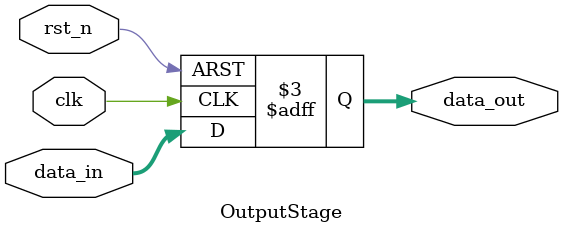
<source format=sv>
module Conditional_AND (
    input wire clk,       // 时钟输入
    input wire rst_n,     // 低电平有效复位
    input wire sel,       // 选择信号
    input wire [7:0] op_a, // 操作数A
    input wire [7:0] op_b, // 操作数B
    output wire [7:0] res  // 结果输出
);
    // Internal connections
    wire sel_r1;
    wire [7:0] op_a_r1, op_b_r1;
    wire [7:0] and_result;
    wire [7:0] mux_result;

    // Stage 1: Input pipeline register
    InputStage u_input_stage (
        .clk(clk),
        .rst_n(rst_n),
        .sel_in(sel),
        .op_a_in(op_a),
        .op_b_in(op_b),
        .sel_out(sel_r1),
        .op_a_out(op_a_r1),
        .op_b_out(op_b_r1)
    );

    // Stage 2: Computation pipeline
    ComputeStage u_compute_stage (
        .clk(clk),
        .rst_n(rst_n),
        .sel_in(sel_r1),
        .op_a_in(op_a_r1),
        .op_b_in(op_b_r1),
        .and_result(and_result),
        .mux_out(mux_result)
    );

    // Stage 3: Output pipeline register
    OutputStage u_output_stage (
        .clk(clk),
        .rst_n(rst_n),
        .data_in(mux_result),
        .data_out(res)
    );

endmodule

// Input stage module - Responsible for registering input signals
module InputStage (
    input wire clk,
    input wire rst_n,
    input wire sel_in,
    input wire [7:0] op_a_in,
    input wire [7:0] op_b_in,
    output reg sel_out,
    output reg [7:0] op_a_out,
    output reg [7:0] op_b_out
);

    always @(posedge clk or negedge rst_n) begin
        if (!rst_n) begin
            sel_out <= 1'b0;
            op_a_out <= 8'h0;
            op_b_out <= 8'h0;
        end else begin
            sel_out <= sel_in;
            op_a_out <= op_a_in;
            op_b_out <= op_b_in;
        end
    end

endmodule

// Compute stage module - Performs the AND operation and multiplexing
module ComputeStage (
    input wire clk,
    input wire rst_n,
    input wire sel_in,
    input wire [7:0] op_a_in,
    input wire [7:0] op_b_in,
    output reg [7:0] and_result,
    output reg [7:0] mux_out
);

    // Registered AND operation
    always @(posedge clk or negedge rst_n) begin
        if (!rst_n) begin
            and_result <= 8'h0;
        end else begin
            and_result <= op_a_in & op_b_in;
        end
    end
    
    // Multiplexer stage
    always @(posedge clk or negedge rst_n) begin
        if (!rst_n) begin
            mux_out <= 8'h0;
        end else begin
            mux_out <= sel_in ? and_result : 8'hFF;
        end
    end

endmodule

// Output stage module - Registers the final result
module OutputStage (
    input wire clk,
    input wire rst_n,
    input wire [7:0] data_in,
    output reg [7:0] data_out
);

    always @(posedge clk or negedge rst_n) begin
        if (!rst_n) begin
            data_out <= 8'h0;
        end else begin
            data_out <= data_in;
        end
    end

endmodule
</source>
